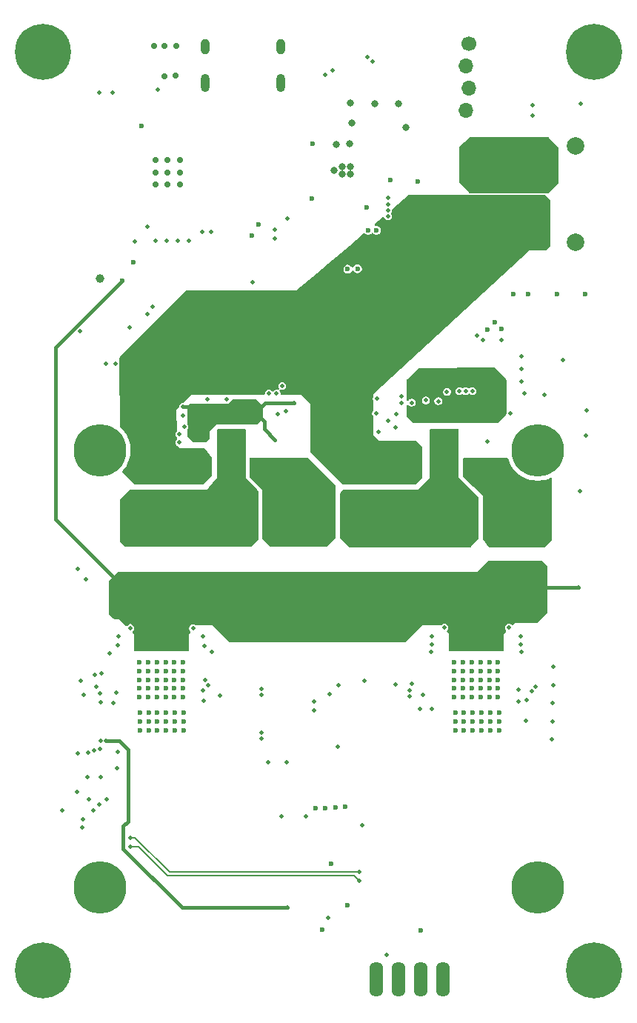
<source format=gbr>
%TF.GenerationSoftware,KiCad,Pcbnew,9.0.1*%
%TF.CreationDate,2025-09-16T14:58:38+08:00*%
%TF.ProjectId,BitaxeGT,42697461-7865-4475-942e-6b696361645f,v800*%
%TF.SameCoordinates,Original*%
%TF.FileFunction,Copper,L3,Inr*%
%TF.FilePolarity,Positive*%
%FSLAX46Y46*%
G04 Gerber Fmt 4.6, Leading zero omitted, Abs format (unit mm)*
G04 Created by KiCad (PCBNEW 9.0.1) date 2025-09-16 14:58:38*
%MOMM*%
%LPD*%
G01*
G04 APERTURE LIST*
%TA.AperFunction,ComponentPad*%
%ADD10C,6.000000*%
%TD*%
%TA.AperFunction,ComponentPad*%
%ADD11C,0.800000*%
%TD*%
%TA.AperFunction,ComponentPad*%
%ADD12C,6.400000*%
%TD*%
%TA.AperFunction,ComponentPad*%
%ADD13O,1.574800X4.000000*%
%TD*%
%TA.AperFunction,ComponentPad*%
%ADD14C,1.500000*%
%TD*%
%TA.AperFunction,ComponentPad*%
%ADD15C,1.700000*%
%TD*%
%TA.AperFunction,ComponentPad*%
%ADD16O,1.700000X1.700000*%
%TD*%
%TA.AperFunction,ComponentPad*%
%ADD17C,0.400000*%
%TD*%
%TA.AperFunction,ComponentPad*%
%ADD18C,0.499999*%
%TD*%
%TA.AperFunction,ComponentPad*%
%ADD19C,3.000000*%
%TD*%
%TA.AperFunction,ComponentPad*%
%ADD20C,2.000000*%
%TD*%
%TA.AperFunction,ComponentPad*%
%ADD21O,1.000000X1.800000*%
%TD*%
%TA.AperFunction,ComponentPad*%
%ADD22O,1.000000X2.100000*%
%TD*%
%TA.AperFunction,ViaPad*%
%ADD23C,0.600000*%
%TD*%
%TA.AperFunction,ViaPad*%
%ADD24C,0.500000*%
%TD*%
%TA.AperFunction,ViaPad*%
%ADD25C,0.800000*%
%TD*%
%TA.AperFunction,ViaPad*%
%ADD26C,0.700000*%
%TD*%
%TA.AperFunction,ViaPad*%
%ADD27C,1.000000*%
%TD*%
%TA.AperFunction,Conductor*%
%ADD28C,0.400000*%
%TD*%
%TA.AperFunction,Conductor*%
%ADD29C,0.200000*%
%TD*%
%TA.AperFunction,Conductor*%
%ADD30C,0.300000*%
%TD*%
G04 APERTURE END LIST*
D10*
%TO.N,unconnected-(HS1-Mounting-Pad1)_1*%
%TO.C,HS1*%
X106000000Y-87000000D03*
%TO.N,unconnected-(HS1-Mounting-Pad1)*%
X106000000Y-137000000D03*
%TO.N,unconnected-(HS1-Mounting-Pad1)_3*%
X156000000Y-87000000D03*
%TO.N,unconnected-(HS1-Mounting-Pad1)_2*%
X156000000Y-137000000D03*
%TD*%
D11*
%TO.N,GND*%
%TO.C,H4*%
X97100000Y-146500000D03*
X97802944Y-144802944D03*
X97802944Y-148197056D03*
X99500000Y-144100000D03*
D12*
X99500000Y-146500000D03*
D11*
X99500000Y-148900000D03*
X101197056Y-144802944D03*
X101197056Y-148197056D03*
X101900000Y-146500000D03*
%TD*%
D13*
%TO.N,GND*%
%TO.C,J7*%
X145200000Y-147490000D03*
%TO.N,/12V*%
X142660000Y-147490000D03*
D14*
%TO.N,/fan/FAN_TACH*%
X140120000Y-148450000D03*
D13*
X140120000Y-147490000D03*
%TO.N,/fan/FAN_PWM*%
X137580000Y-147490000D03*
%TD*%
D11*
%TO.N,GND*%
%TO.C,H2*%
X97100000Y-41500000D03*
X97802944Y-39802944D03*
X97802944Y-43197056D03*
X99500000Y-39100000D03*
D12*
X99500000Y-41500000D03*
D11*
X99500000Y-43900000D03*
X101197056Y-39802944D03*
X101197056Y-43197056D03*
X101900000Y-41500000D03*
%TD*%
%TO.N,GND*%
%TO.C,H3*%
X160100000Y-146500000D03*
X160802944Y-144802944D03*
X160802944Y-148197056D03*
X162500000Y-144100000D03*
D12*
X162500000Y-146500000D03*
D11*
X162500000Y-148900000D03*
X164197056Y-144802944D03*
X164197056Y-148197056D03*
X164900000Y-146500000D03*
%TD*%
D15*
%TO.N,GND*%
%TO.C,J3*%
X148200000Y-40550000D03*
D16*
%TO.N,/3V3*%
X147800000Y-43090000D03*
%TO.N,/ESP32/SCL*%
X148200000Y-45630000D03*
%TO.N,/ESP32/SDA*%
X147800000Y-48170000D03*
%TD*%
D11*
%TO.N,GND*%
%TO.C,H1*%
X160100000Y-41500000D03*
X160802944Y-39802944D03*
X160802944Y-43197056D03*
X162500000Y-39100000D03*
D12*
X162500000Y-41500000D03*
D11*
X162500000Y-43900000D03*
X164197056Y-39802944D03*
X164197056Y-43197056D03*
X164900000Y-41500000D03*
%TD*%
D17*
%TO.N,GND*%
%TO.C,U4*%
X122280000Y-88650000D03*
X122280000Y-87250000D03*
X122280000Y-85850000D03*
X121000000Y-89650000D03*
X121000000Y-88650000D03*
X121000000Y-87250000D03*
X121000000Y-85850000D03*
X121000000Y-84850000D03*
X119720000Y-88650000D03*
X119720000Y-87250000D03*
X119720000Y-85850000D03*
%TD*%
D18*
%TO.N,unconnected-(U2-PAD-Pad17)_1*%
%TO.C,U2*%
X106070001Y-124400000D03*
%TO.N,unconnected-(U2-PAD-Pad17)*%
X104569999Y-124400000D03*
%TD*%
D19*
%TO.N,/12V*%
%TO.C,J1*%
X150350000Y-60250000D03*
%TO.N,GND*%
X150350000Y-55250000D03*
D20*
%TO.N,unconnected-(J1-MNT1-Pad3)*%
X160350000Y-63250000D03*
%TO.N,unconnected-(J1-MNT2-Pad4)*%
X160350000Y-52250000D03*
%TD*%
D21*
%TO.N,GND*%
%TO.C,J4*%
X118030000Y-40885000D03*
D22*
X118030000Y-45065000D03*
D21*
X126670000Y-40885000D03*
D22*
X126670000Y-45065000D03*
%TD*%
D17*
%TO.N,GND*%
%TO.C,U1*%
X146630000Y-88650000D03*
X146630000Y-87250000D03*
X146630000Y-85850000D03*
X145350000Y-89650000D03*
X145350000Y-88650000D03*
X145350000Y-87250000D03*
X145350000Y-85850000D03*
X145350000Y-84850000D03*
X144070000Y-88650000D03*
X144070000Y-87250000D03*
X144070000Y-85850000D03*
%TD*%
D23*
%TO.N,GND*%
X142340000Y-56320000D03*
X130200000Y-58280000D03*
X139180000Y-56160000D03*
X135430000Y-66280000D03*
X137587500Y-61882500D03*
X136480000Y-59270000D03*
%TO.N,Net-(U7-CB)*%
X136637500Y-61882500D03*
X134310000Y-66320000D03*
D24*
%TO.N,/12V*%
X151960000Y-62620000D03*
X137340000Y-87050000D03*
X143785000Y-58990000D03*
X154827500Y-58970000D03*
X152715000Y-61700000D03*
X144841250Y-63540000D03*
X153771250Y-63520000D03*
X156940000Y-62590000D03*
X148791250Y-63530000D03*
X137340000Y-87650000D03*
X149847500Y-63530000D03*
X145897500Y-60810000D03*
X136700000Y-88250000D03*
X152715000Y-62610000D03*
X152715000Y-58970000D03*
X154827500Y-63520000D03*
X136700000Y-87650000D03*
X144841250Y-62630000D03*
X154827500Y-61700000D03*
X135470000Y-87650000D03*
X150903750Y-63530000D03*
X156940000Y-59860000D03*
X145897500Y-61720000D03*
X144841250Y-58990000D03*
X143785000Y-60810000D03*
X152715000Y-60790000D03*
X146953750Y-61720000D03*
X151960000Y-63530000D03*
X155883750Y-63520000D03*
X154827500Y-62610000D03*
X145897500Y-62630000D03*
X148010000Y-58970000D03*
X143785000Y-63540000D03*
X136700000Y-88850000D03*
X148791250Y-62620000D03*
X135470000Y-87050000D03*
X156940000Y-58950000D03*
X111590000Y-88460000D03*
X112200000Y-87850000D03*
X136100000Y-88850000D03*
X137340000Y-88850000D03*
X153771250Y-59880000D03*
X143785000Y-62630000D03*
X112200000Y-87250000D03*
X113400000Y-88460000D03*
X113400000Y-87860000D03*
X112800000Y-87850000D03*
X153771250Y-61700000D03*
X153771250Y-60790000D03*
X113400000Y-87260000D03*
X112200000Y-88450000D03*
X148010000Y-63520000D03*
X143785000Y-61720000D03*
X112800000Y-89050000D03*
X144841250Y-61720000D03*
X144841250Y-59900000D03*
X112800000Y-87250000D03*
X111590000Y-87260000D03*
X150903750Y-62620000D03*
X152715000Y-63520000D03*
D23*
X142695000Y-141880000D03*
D24*
X136700000Y-87050000D03*
X136100000Y-88250000D03*
X146953750Y-60810000D03*
X136100000Y-87050000D03*
X146953750Y-62630000D03*
X148010000Y-59880000D03*
X144841250Y-60810000D03*
X153771250Y-58970000D03*
X111590000Y-89060000D03*
X152715000Y-59880000D03*
X136100000Y-87650000D03*
X148010000Y-62610000D03*
X146953750Y-59900000D03*
X155883750Y-62610000D03*
X154827500Y-60790000D03*
X156940000Y-61680000D03*
X156940000Y-63500000D03*
X155883750Y-61700000D03*
X146953750Y-58990000D03*
X155883750Y-59880000D03*
X145897500Y-58990000D03*
X113400000Y-89060000D03*
X137340000Y-88250000D03*
X135470000Y-88850000D03*
X148010000Y-60790000D03*
X145897500Y-59900000D03*
X112800000Y-88450000D03*
X148010000Y-61700000D03*
X112200000Y-89050000D03*
X154827500Y-59880000D03*
X143785000Y-59900000D03*
X146953750Y-63540000D03*
X156940000Y-60770000D03*
X155883750Y-60790000D03*
X135470000Y-88250000D03*
X145897500Y-63540000D03*
X153771250Y-62610000D03*
X155883750Y-58970000D03*
X149847500Y-62620000D03*
X111590000Y-87860000D03*
%TO.N,/Power/AGND1*%
X151400000Y-78260000D03*
X145640000Y-81410000D03*
X141450000Y-80820000D03*
X146360000Y-80800000D03*
D23*
%TO.N,/Vcore*%
X140200000Y-101975000D03*
X137100000Y-101975000D03*
X129800000Y-107250000D03*
X129800000Y-106450000D03*
X119800000Y-102800000D03*
X122150000Y-102100000D03*
X146380000Y-101975000D03*
X129000000Y-101900000D03*
X149500000Y-107400000D03*
X153400000Y-103550000D03*
X153400000Y-101100000D03*
X154200000Y-106000000D03*
X137800000Y-101975000D03*
X150500000Y-107400000D03*
X155000000Y-100300000D03*
X111500000Y-107400000D03*
X154200000Y-102750000D03*
X115162500Y-102800000D03*
X116850000Y-102100000D03*
X153400000Y-101950000D03*
X116850000Y-102800000D03*
X146500000Y-107400000D03*
X113500000Y-109500000D03*
X127400000Y-107250000D03*
X155000000Y-101950000D03*
X142500000Y-101975000D03*
X146380000Y-102675000D03*
X127400000Y-101900000D03*
X128200000Y-105650000D03*
X113500000Y-108500000D03*
X128200000Y-101900000D03*
X146380000Y-101275000D03*
D24*
X133950000Y-101650000D03*
D23*
X112862500Y-101400000D03*
X115500000Y-107400000D03*
X119100000Y-102100000D03*
X129800000Y-103450000D03*
X154200000Y-100300000D03*
X119800000Y-101400000D03*
X155000000Y-105200000D03*
X147500000Y-109500000D03*
X154200000Y-101100000D03*
X152600000Y-103550000D03*
X129800000Y-108050000D03*
X152600000Y-102750000D03*
X129800000Y-104250000D03*
X109900000Y-101400000D03*
X108575000Y-67625000D03*
X114500000Y-109500000D03*
X148500000Y-107400000D03*
X121450000Y-102800000D03*
X127400000Y-106450000D03*
X144000000Y-101275000D03*
X137100000Y-102675000D03*
X155000000Y-106000000D03*
X146500000Y-108500000D03*
X153400000Y-102750000D03*
X152600000Y-101950000D03*
X114462500Y-102800000D03*
X135500000Y-102700000D03*
X110500000Y-108500000D03*
X129000000Y-107250000D03*
X114462500Y-101400000D03*
X140200000Y-101275000D03*
X112862500Y-102800000D03*
X151500000Y-107400000D03*
X135500000Y-101300000D03*
X150500000Y-108500000D03*
X135500000Y-102000000D03*
X152600000Y-104350000D03*
X134800000Y-102000000D03*
X119800000Y-102100000D03*
X113500000Y-107400000D03*
X114462500Y-102100000D03*
X112500000Y-109500000D03*
X114500000Y-108500000D03*
X109900000Y-102100000D03*
X128200000Y-106450000D03*
X119100000Y-102800000D03*
X154200000Y-105200000D03*
X119100000Y-101400000D03*
X154200000Y-103550000D03*
X115500000Y-108500000D03*
X148500000Y-109500000D03*
X110600000Y-101400000D03*
X152600000Y-105200000D03*
X153400000Y-106000000D03*
X110500000Y-107400000D03*
X149500000Y-108500000D03*
X147500000Y-108500000D03*
X142500000Y-102675000D03*
X117550000Y-102100000D03*
X129000000Y-104250000D03*
X141800000Y-101275000D03*
X128200000Y-102650000D03*
X115162500Y-102100000D03*
X141800000Y-102675000D03*
X139500000Y-101975000D03*
X112162500Y-102800000D03*
X148500000Y-108500000D03*
X155000000Y-103550000D03*
X128200000Y-103450000D03*
X116850000Y-101400000D03*
D24*
X143250000Y-81320000D03*
D23*
X142500000Y-101275000D03*
X115162500Y-101400000D03*
X129800000Y-101900000D03*
X112500000Y-107400000D03*
D24*
X160700000Y-102700000D03*
D23*
X134800000Y-102700000D03*
X137100000Y-101275000D03*
X112162500Y-101400000D03*
X152600000Y-101100000D03*
X117550000Y-101400000D03*
X111500000Y-108500000D03*
X129800000Y-105650000D03*
X112862500Y-102100000D03*
X114500000Y-107400000D03*
X139500000Y-102675000D03*
X154200000Y-101950000D03*
X144000000Y-102675000D03*
X110500000Y-109500000D03*
X147080000Y-102675000D03*
X121450000Y-102100000D03*
X117550000Y-102800000D03*
X129000000Y-105650000D03*
X128200000Y-108050000D03*
X127400000Y-103450000D03*
X129800000Y-102650000D03*
X147080000Y-101975000D03*
X153400000Y-104350000D03*
X151500000Y-109500000D03*
X127400000Y-105650000D03*
X121450000Y-101400000D03*
X112500000Y-108500000D03*
X134800000Y-101300000D03*
X155000000Y-102750000D03*
X147080000Y-101275000D03*
X137800000Y-101275000D03*
X140200000Y-102675000D03*
X141800000Y-101975000D03*
X153400000Y-100300000D03*
X152600000Y-106000000D03*
X137800000Y-102675000D03*
X144700000Y-101275000D03*
X153400000Y-105200000D03*
X110600000Y-102100000D03*
X144000000Y-101975000D03*
X129000000Y-103450000D03*
X122150000Y-101400000D03*
X109900000Y-102800000D03*
X129000000Y-106450000D03*
X151500000Y-108500000D03*
X144700000Y-101975000D03*
X152600000Y-100300000D03*
X110600000Y-102800000D03*
X115500000Y-109500000D03*
X147500000Y-107400000D03*
X144700000Y-102675000D03*
X154200000Y-104350000D03*
X128200000Y-107250000D03*
X139500000Y-101275000D03*
X155000000Y-104350000D03*
X129000000Y-102650000D03*
X146500000Y-109500000D03*
X129000000Y-108050000D03*
X127400000Y-104250000D03*
X111500000Y-109500000D03*
X150500000Y-109500000D03*
X127400000Y-102650000D03*
X122150000Y-102800000D03*
X112162500Y-102100000D03*
X149500000Y-109500000D03*
X127400000Y-108050000D03*
X155000000Y-101100000D03*
X128200000Y-104250000D03*
D24*
%TO.N,/Power/VSHARE*%
X120450000Y-81200000D03*
X144670000Y-81410000D03*
%TO.N,/Power/EN_UVLO*%
X115080000Y-85200000D03*
X137550000Y-82790000D03*
%TO.N,/5V*%
X106650000Y-120200000D03*
X138940000Y-59590000D03*
X138930000Y-58920000D03*
X106050000Y-120200000D03*
X138940000Y-60297500D03*
X127450000Y-139300000D03*
X125200000Y-122700000D03*
X138940000Y-58170000D03*
%TO.N,/ASIC/1V2*%
X103450000Y-100590000D03*
X127300000Y-122700000D03*
X130430000Y-116720000D03*
X107940000Y-123380000D03*
X117825000Y-115625000D03*
X143940000Y-116560000D03*
X103368909Y-126091091D03*
%TO.N,/ASIC/0V8*%
X142610000Y-116570000D03*
X130450000Y-115762500D03*
X119750000Y-115050000D03*
D25*
%TO.N,/3V3*%
X133680000Y-55481821D03*
X134580000Y-55481821D03*
X134580000Y-54631821D03*
D24*
X104010000Y-129210000D03*
X107780000Y-77110000D03*
D25*
X132730000Y-55031821D03*
D24*
X125990000Y-62790000D03*
D26*
X114700000Y-40800000D03*
D23*
X130300000Y-52025000D03*
D24*
X107425000Y-46150000D03*
D25*
X133680000Y-54631821D03*
D24*
X126700000Y-128850000D03*
%TO.N,/Power/PGOOD*%
X127430000Y-60530000D03*
X149090000Y-73910000D03*
D23*
%TO.N,/fan/FAN_TACH*%
X134250000Y-139000000D03*
D24*
X138790000Y-144720000D03*
%TO.N,/ASIC/TEMP1_P*%
X118328858Y-113867944D03*
D23*
X131700000Y-127890000D03*
D24*
%TO.N,/ASIC/TEMP1_N*%
X118000000Y-113250000D03*
D23*
X130650000Y-127890000D03*
%TO.N,/ASIC/TEMP2_P*%
X134000000Y-127800000D03*
D24*
X155355635Y-114550000D03*
D23*
%TO.N,/ASIC/TEMP2_N*%
X132950000Y-127880000D03*
D24*
X155820645Y-114026770D03*
D23*
%TO.N,/fan/FAN_PWM*%
X131430000Y-141810000D03*
D24*
%TO.N,/Power/BCX_DAT*%
X126810000Y-79660000D03*
X161580000Y-82450000D03*
X148550000Y-80250000D03*
%TO.N,/Power/BCX_CLK*%
X156800000Y-80700000D03*
X147780000Y-80249999D03*
X126180000Y-80560000D03*
%TO.N,/Power/SYNC*%
X125286195Y-80547010D03*
X147080102Y-80262067D03*
X161560000Y-85380000D03*
%TO.N,/ESP32/SDA*%
X109500000Y-131300000D03*
X111400000Y-71500000D03*
D23*
X124100000Y-61190000D03*
D24*
X135650000Y-135250000D03*
D23*
%TO.N,/ESP32/SCL*%
X123320000Y-62465000D03*
D24*
X112000000Y-70600000D03*
X109500000Y-132300000D03*
X135600000Y-136200000D03*
%TO.N,/ASIC/RX_1V2*%
X106000000Y-121200000D03*
%TO.N,/ASIC/CLKI*%
X106200000Y-112550000D03*
%TO.N,/ASIC/BI*%
X105420352Y-112700799D03*
%TO.N,/ASIC/RST_1V2*%
X104675382Y-121611508D03*
%TO.N,/ASIC/TX_1V2*%
X105309522Y-121315080D03*
%TO.N,/ASIC/RST_3V3*%
X109400000Y-73000000D03*
X104698999Y-126896596D03*
%TO.N,/ASIC/TX_3V3*%
X117700000Y-62100000D03*
X105260000Y-128150000D03*
%TO.N,Net-(U4-AVIN)*%
X115070000Y-86130000D03*
X115460000Y-83040000D03*
%TO.N,Net-(U9-VDD1_0)*%
X108025000Y-109275000D03*
%TO.N,Net-(U9-VDD2_0)*%
X108125000Y-108255000D03*
%TO.N,Net-(U9-VDD3_0)*%
X109480000Y-107340000D03*
%TO.N,Net-(U9-LITE_PAD)*%
X105550000Y-114050000D03*
%TO.N,Net-(U9-ROSC_SEL)*%
X104100000Y-114950000D03*
%TO.N,Net-(U9-INV_CLKO)*%
X106000000Y-114850000D03*
D23*
%TO.N,/Power/SW1*%
X154200000Y-93900000D03*
X153500000Y-91800000D03*
X154900000Y-93200000D03*
X152800000Y-91800000D03*
X152800000Y-92500000D03*
X154900000Y-92500000D03*
X154900000Y-94600000D03*
X154200000Y-95300000D03*
X152800000Y-93900000D03*
X153500000Y-95300000D03*
X154200000Y-92500000D03*
X150250000Y-91858000D03*
X154900000Y-95300000D03*
X150250000Y-90194000D03*
X152800000Y-96700000D03*
X154200000Y-93200000D03*
X153500000Y-94600000D03*
X153500000Y-93200000D03*
X151550000Y-89290000D03*
X153500000Y-92500000D03*
X153500000Y-96000000D03*
X154900000Y-96700000D03*
X150250000Y-89362000D03*
X150250000Y-91026000D03*
X153500000Y-93900000D03*
X154200000Y-94600000D03*
X150250000Y-92690000D03*
X154200000Y-96700000D03*
X152075000Y-88425000D03*
X154200000Y-91800000D03*
X152800000Y-95300000D03*
X151275000Y-88425000D03*
X153500000Y-96700000D03*
X154900000Y-96000000D03*
X154200000Y-96000000D03*
X154900000Y-93900000D03*
X152800000Y-93200000D03*
X150250000Y-88530000D03*
X152800000Y-96000000D03*
X152800000Y-94600000D03*
X154900000Y-91800000D03*
D24*
%TO.N,Net-(U1-AVIN)*%
X137790000Y-84890000D03*
X140490000Y-80820000D03*
D23*
%TO.N,/Power/SW2*%
X127400000Y-94600000D03*
X129000000Y-93200000D03*
X125700000Y-88400000D03*
X125970000Y-91475000D03*
X129000000Y-95400000D03*
X126400000Y-88400000D03*
X128200000Y-91700000D03*
X128200000Y-92500000D03*
X129000000Y-94600000D03*
X128200000Y-93200000D03*
X129750000Y-95400000D03*
X129000000Y-91700000D03*
X125970000Y-92300000D03*
X129000000Y-93900000D03*
X127400000Y-96200000D03*
X129750000Y-91700000D03*
X129750000Y-90900000D03*
X129750000Y-92500000D03*
X129000000Y-90900000D03*
X129750000Y-93200000D03*
X129750000Y-93900000D03*
X127350000Y-88975000D03*
X127400000Y-91700000D03*
X125970000Y-90650000D03*
X128200000Y-94600000D03*
X128100000Y-88975000D03*
X125970000Y-89825000D03*
X129750000Y-94600000D03*
X129000000Y-96200000D03*
X127400000Y-95400000D03*
X128200000Y-90900000D03*
X128200000Y-93900000D03*
X129000000Y-92500000D03*
X127400000Y-92500000D03*
X127400000Y-93200000D03*
X128200000Y-95400000D03*
X128200000Y-96200000D03*
X125970000Y-89000000D03*
X129750000Y-96200000D03*
X127400000Y-90900000D03*
X127400000Y-93900000D03*
D24*
%TO.N,Net-(U10-VDD3_0)*%
X145360000Y-107300000D03*
X116640000Y-107350000D03*
%TO.N,Net-(U10-VDD2_0)*%
X143925000Y-108280000D03*
X117750000Y-108280000D03*
%TO.N,Net-(U10-VDD1_0)*%
X117950000Y-109350000D03*
X143925000Y-109220000D03*
%TO.N,Net-(U10-VDD3_1)*%
X152730000Y-107290000D03*
%TO.N,Net-(U10-VDD2_1)*%
X154050000Y-108255000D03*
%TO.N,Net-(U10-VDD1_1)*%
X154050000Y-109195000D03*
%TO.N,/ASIC/0V8_1*%
X106050000Y-115800000D03*
%TO.N,/ASIC/1V2_1*%
X107550000Y-115900000D03*
%TO.N,/ASIC/1V2_2*%
X153797182Y-115702818D03*
%TO.N,/ASIC/0V8_2*%
X154800000Y-115550000D03*
%TO.N,Net-(U1-MSEL1)*%
X141615493Y-81579847D03*
X154150000Y-79150000D03*
%TO.N,Net-(U1-MSEL2)*%
X154150000Y-76300000D03*
X139740000Y-84420000D03*
%TO.N,Net-(U1-VSEL)*%
X139835358Y-82918723D03*
X154150000Y-77700000D03*
%TO.N,Net-(U10-LITE_PAD)*%
X141400000Y-114450000D03*
%TO.N,Net-(U1-ADRSEL)*%
X154500000Y-80490000D03*
X140488170Y-81580000D03*
%TO.N,Net-(U10-NRSTO)*%
X157800000Y-111800000D03*
%TO.N,Net-(U10-ROSC_SEL)*%
X141650000Y-113750000D03*
%TO.N,Net-(U10-INV_CLKO)*%
X141350000Y-115150000D03*
%TO.N,Net-(U10-BI)*%
X136200000Y-113350000D03*
%TO.N,Net-(U10-RI)*%
X157700000Y-115900000D03*
D23*
%TO.N,/Power/SCL_VR*%
X151870000Y-73150000D03*
D24*
X155400000Y-47600000D03*
D23*
X150240000Y-73200000D03*
X161460000Y-69180000D03*
D24*
%TO.N,/Power/ALRT_VR*%
X150301539Y-86057693D03*
D23*
X153260000Y-69190000D03*
X154930000Y-69190000D03*
D24*
X125990000Y-61770000D03*
D23*
%TO.N,/Power/SDA_VR*%
X158200000Y-69180000D03*
D24*
X155400000Y-48800000D03*
X149740000Y-74420000D03*
D23*
X151130000Y-72375000D03*
D24*
%TO.N,GND*%
X133200000Y-120900000D03*
D23*
X149500000Y-112250000D03*
X114500000Y-112250000D03*
X147500000Y-112250000D03*
D24*
X141375000Y-92625000D03*
X137800000Y-97575000D03*
X114562500Y-96400000D03*
X113430000Y-94110000D03*
X105875000Y-46150000D03*
X144100000Y-96975000D03*
D23*
X112550000Y-119000000D03*
D24*
X122050000Y-96400000D03*
D23*
X114500000Y-111250000D03*
D24*
X149557500Y-52070000D03*
X156950000Y-55710000D03*
D25*
X140130000Y-47381821D03*
D24*
X121450000Y-97600000D03*
X148501250Y-52980000D03*
D23*
X148600000Y-117050000D03*
D24*
X113430000Y-95310000D03*
X113430000Y-94710000D03*
X117650000Y-93000000D03*
D23*
X149600000Y-118050000D03*
D24*
X116850000Y-96400000D03*
D23*
X112500000Y-112250000D03*
D24*
X117740000Y-114450000D03*
X142400000Y-97575000D03*
D23*
X147600000Y-117050000D03*
D24*
X154837500Y-52090000D03*
X154700000Y-117900000D03*
D23*
X110500000Y-113250000D03*
X146500000Y-113250000D03*
X148500000Y-115250000D03*
D24*
X151670000Y-52980000D03*
X115525000Y-93025000D03*
X141800000Y-97575000D03*
D26*
X115140000Y-53850000D03*
D24*
X137200000Y-96375000D03*
D23*
X110500000Y-114250000D03*
X114500000Y-115250000D03*
D24*
X146980000Y-96975000D03*
D25*
X134555000Y-52006821D03*
D23*
X110550000Y-118000000D03*
D24*
X155893750Y-56640000D03*
D23*
X111550000Y-118000000D03*
D24*
X119200000Y-97600000D03*
D26*
X112330000Y-56650000D03*
D24*
X135980000Y-129890000D03*
X153781250Y-52090000D03*
X117450000Y-97000000D03*
X112862500Y-97000000D03*
X117650000Y-92450000D03*
D23*
X114550000Y-119000000D03*
X150500000Y-112250000D03*
D24*
X116850000Y-97000000D03*
X142400000Y-96375000D03*
X142400000Y-96975000D03*
D23*
X149500000Y-114250000D03*
X115500000Y-111250000D03*
D24*
X119200000Y-97000000D03*
X158880000Y-76740000D03*
X112800000Y-95300000D03*
D23*
X115500000Y-112250000D03*
D24*
X140100000Y-96975000D03*
X119800000Y-97600000D03*
D23*
X146600000Y-119050000D03*
D24*
X136000000Y-93900000D03*
X135500000Y-97000000D03*
X106700000Y-77110000D03*
D23*
X112500000Y-114250000D03*
D24*
X136000000Y-93300000D03*
X112200000Y-94100000D03*
D23*
X151500000Y-111250000D03*
D24*
X152725000Y-56640000D03*
X146380000Y-96975000D03*
X150613750Y-52070000D03*
D23*
X151600000Y-118050000D03*
D24*
X121450000Y-96400000D03*
X152725000Y-53000000D03*
X124450000Y-119950000D03*
X109900000Y-97000000D03*
X112200000Y-95300000D03*
D23*
X150600000Y-117050000D03*
D24*
X106790000Y-126920000D03*
X119800000Y-96400000D03*
X152725000Y-55730000D03*
X156950000Y-53890000D03*
X142920000Y-114950000D03*
X112800000Y-94100000D03*
X155893750Y-54820000D03*
X124450000Y-114300000D03*
X153781250Y-56640000D03*
X116850000Y-97600000D03*
X137200000Y-97575000D03*
X114562500Y-97000000D03*
X160900000Y-91700000D03*
X112800000Y-93500000D03*
D23*
X146500000Y-112250000D03*
D24*
X140475000Y-92675000D03*
D23*
X110500000Y-115250000D03*
D26*
X115140000Y-56650000D03*
D24*
X117450000Y-96400000D03*
X124450000Y-119300000D03*
X143870000Y-110080000D03*
X156950000Y-52070000D03*
X135500000Y-96400000D03*
D23*
X115500000Y-115250000D03*
D26*
X113740000Y-55250000D03*
D24*
X137620000Y-81120000D03*
X112200000Y-93500000D03*
X115162500Y-97000000D03*
D23*
X111500000Y-112250000D03*
D24*
X117050000Y-93000000D03*
X139740000Y-113760000D03*
D26*
X113740000Y-53850000D03*
D24*
X132080000Y-140500000D03*
X110500000Y-97600000D03*
D23*
X112500000Y-113250000D03*
D24*
X136000000Y-95100000D03*
X145660000Y-80360000D03*
D23*
X150600000Y-118050000D03*
D24*
X156950000Y-54800000D03*
D23*
X151600000Y-117050000D03*
X151600000Y-119050000D03*
D24*
X140100000Y-97575000D03*
X152725000Y-54820000D03*
D23*
X146500000Y-114250000D03*
X115500000Y-113250000D03*
D24*
X136000000Y-94500000D03*
D23*
X147500000Y-115250000D03*
D24*
X116125000Y-93025000D03*
D23*
X115550000Y-118000000D03*
D26*
X113400000Y-40800000D03*
D23*
X148500000Y-114250000D03*
D24*
X156950000Y-56620000D03*
D23*
X147600000Y-119050000D03*
D24*
X112862500Y-96400000D03*
D23*
X113550000Y-117000000D03*
X150500000Y-111250000D03*
X147500000Y-113250000D03*
D27*
X106000000Y-67400000D03*
D23*
X110550000Y-119000000D03*
D24*
X152725000Y-52090000D03*
X119800000Y-97000000D03*
D23*
X115500000Y-114250000D03*
X150500000Y-114250000D03*
X110500000Y-112250000D03*
D24*
X135500000Y-97600000D03*
X117050000Y-92450000D03*
X153803248Y-114396752D03*
D23*
X148500000Y-113250000D03*
D24*
X139500000Y-96975000D03*
D23*
X113500000Y-114250000D03*
D25*
X133040000Y-52030000D03*
X137430000Y-47381821D03*
D24*
X141975000Y-92625000D03*
X115650000Y-84310000D03*
X136600000Y-94500000D03*
X141975000Y-93175000D03*
D26*
X113740000Y-56650000D03*
D24*
X144100000Y-97575000D03*
D23*
X111500000Y-113250000D03*
D24*
X116125000Y-92475000D03*
D23*
X114500000Y-113250000D03*
D24*
X110500000Y-97000000D03*
X144700000Y-96975000D03*
X154837500Y-54820000D03*
D23*
X149500000Y-113250000D03*
X111500000Y-111250000D03*
D24*
X115525000Y-92475000D03*
D23*
X113550000Y-118000000D03*
D24*
X118810000Y-110100000D03*
X104350000Y-101750000D03*
D23*
X149500000Y-115250000D03*
D24*
X111570000Y-93500000D03*
X137800000Y-96375000D03*
X141800000Y-96975000D03*
X103790000Y-113400000D03*
X140100000Y-96375000D03*
X107850000Y-114750000D03*
X155893750Y-53000000D03*
X110500000Y-96400000D03*
X155893750Y-55730000D03*
D23*
X149600000Y-119050000D03*
D24*
X140475000Y-93225000D03*
X111570000Y-95300000D03*
X154837500Y-55730000D03*
X107079162Y-110220838D03*
D23*
X111550000Y-119000000D03*
D24*
X122050000Y-97600000D03*
D23*
X115550000Y-119000000D03*
X150500000Y-115250000D03*
D24*
X144700000Y-96375000D03*
D23*
X113500000Y-112250000D03*
D24*
X113430000Y-93510000D03*
D23*
X148600000Y-118050000D03*
D25*
X140955000Y-50106821D03*
D24*
X154837500Y-53910000D03*
D23*
X110500000Y-111250000D03*
D24*
X136600000Y-95100000D03*
D23*
X146600000Y-117050000D03*
D24*
X139875000Y-92675000D03*
X111570000Y-94700000D03*
X111570000Y-94100000D03*
X124450000Y-114950000D03*
X153781250Y-53000000D03*
X136600000Y-93300000D03*
D23*
X115550000Y-117000000D03*
D26*
X115140000Y-55250000D03*
D23*
X114500000Y-114250000D03*
D24*
X148501250Y-52070000D03*
D23*
X112500000Y-111250000D03*
X113500000Y-111250000D03*
D24*
X146980000Y-97575000D03*
X134900000Y-96400000D03*
D23*
X148500000Y-111250000D03*
X149600000Y-117050000D03*
D24*
X141375000Y-93175000D03*
X129500000Y-128840000D03*
D23*
X113550000Y-119000000D03*
X147500000Y-111250000D03*
D24*
X112800000Y-94700000D03*
X151670000Y-52070000D03*
X132210000Y-114870000D03*
D23*
X151500000Y-113250000D03*
D24*
X155893750Y-52090000D03*
D23*
X147500000Y-114250000D03*
X112550000Y-117000000D03*
D26*
X112330000Y-53850000D03*
D23*
X148500000Y-112250000D03*
X151500000Y-112250000D03*
D24*
X134900000Y-97000000D03*
X115162500Y-97600000D03*
X112262500Y-97000000D03*
D23*
X112550000Y-118000000D03*
D24*
X154837500Y-56640000D03*
D23*
X148600000Y-119050000D03*
D24*
X149557500Y-52980000D03*
X153781250Y-53910000D03*
X144700000Y-97575000D03*
X112262500Y-97600000D03*
X138970000Y-83620000D03*
X153781250Y-54820000D03*
X112200000Y-94700000D03*
X114562500Y-97600000D03*
X121450000Y-97000000D03*
X152725000Y-53910000D03*
X144100000Y-96375000D03*
X103450000Y-121650000D03*
X152900000Y-82780000D03*
X154837500Y-53000000D03*
X109900000Y-96400000D03*
D25*
X134630000Y-47356821D03*
D23*
X151500000Y-114250000D03*
D24*
X146380000Y-96375000D03*
X153781250Y-55730000D03*
X133250000Y-113850000D03*
X136600000Y-93900000D03*
D23*
X146500000Y-115250000D03*
D24*
X101690000Y-128210000D03*
X103990000Y-130170000D03*
X155893750Y-53910000D03*
D23*
X146500000Y-111250000D03*
D24*
X154200000Y-110050000D03*
D23*
X114550000Y-118000000D03*
X150500000Y-113250000D03*
D24*
X137800000Y-96975000D03*
D23*
X110550000Y-117000000D03*
X112500000Y-115250000D03*
X111550000Y-117000000D03*
X113500000Y-113250000D03*
D24*
X139875000Y-93225000D03*
X122050000Y-97000000D03*
X146980000Y-96375000D03*
X119200000Y-96400000D03*
X160920000Y-47440000D03*
D23*
X111500000Y-114250000D03*
D24*
X109900000Y-97600000D03*
X112262500Y-96400000D03*
X146380000Y-97575000D03*
D23*
X113500000Y-115250000D03*
D24*
X141800000Y-96375000D03*
X139500000Y-96375000D03*
D23*
X147600000Y-118050000D03*
D26*
X112330000Y-55250000D03*
D24*
X134900000Y-97600000D03*
X156950000Y-52980000D03*
D23*
X151500000Y-115250000D03*
X132425000Y-134275000D03*
X149500000Y-111250000D03*
D24*
X137200000Y-96975000D03*
D25*
X134805000Y-49631821D03*
D24*
X117450000Y-97600000D03*
X108000000Y-121500000D03*
X127220000Y-82540000D03*
D23*
X150600000Y-119050000D03*
X114550000Y-117000000D03*
D24*
X112862500Y-97600000D03*
D23*
X146600000Y-118050000D03*
D24*
X115162500Y-96400000D03*
X139500000Y-97575000D03*
X150613750Y-52980000D03*
D23*
X111500000Y-115250000D03*
D24*
%TO.N,/Power/BP1v5_2*%
X126327817Y-82850000D03*
X118300000Y-81200000D03*
%TO.N,Net-(U10-BO)*%
X157650000Y-120050000D03*
%TO.N,Net-(U10-CLKO)*%
X157750000Y-118000000D03*
%TO.N,Net-(U10-CO)*%
X157800000Y-113850000D03*
%TO.N,/ESP32/EN*%
X103734620Y-73384620D03*
D23*
X110700000Y-49984314D03*
D26*
X114670000Y-44200000D03*
D23*
%TO.N,/ESP32/P_TX*%
X109820000Y-65500000D03*
D26*
X113400000Y-44250000D03*
D24*
%TO.N,/ESP32/IO0*%
X151910000Y-74400000D03*
D26*
X112150000Y-40800000D03*
D24*
X111400000Y-61450000D03*
X123460000Y-67800000D03*
%TO.N,/ESP32/P_RX*%
X112600000Y-45800000D03*
X109950000Y-63200000D03*
%TO.N,/ASIC/RX_3V3*%
X118710000Y-62090000D03*
X105930000Y-127530000D03*
%TO.N,/Power/AGND2*%
X128200000Y-81580000D03*
X122200000Y-81650000D03*
X115500000Y-82060000D03*
X125990000Y-85840000D03*
%TO.N,Net-(J2-Pin_5)*%
X137120000Y-42580159D03*
X116150000Y-63100000D03*
%TO.N,Net-(J2-Pin_8)*%
X112360000Y-63060000D03*
X131764719Y-44144719D03*
%TO.N,Net-(J2-Pin_7)*%
X132550000Y-43610000D03*
X113650000Y-63050000D03*
%TO.N,Net-(J2-Pin_6)*%
X136560000Y-42080000D03*
X114900000Y-63050000D03*
%TD*%
D28*
%TO.N,/Vcore*%
X100900000Y-75300000D02*
X100900000Y-94900000D01*
X100900000Y-94900000D02*
X108100000Y-102100000D01*
X160700000Y-102700000D02*
X155050000Y-102700000D01*
X108575000Y-67625000D02*
X100900000Y-75300000D01*
D29*
X155050000Y-102700000D02*
X155000000Y-102750000D01*
D28*
%TO.N,/5V*%
X108650000Y-129950000D02*
X108650000Y-132550000D01*
X109185418Y-129414582D02*
X108650000Y-129950000D01*
X109185418Y-121205418D02*
X109185418Y-129414582D01*
X108180000Y-120200000D02*
X109185418Y-121205418D01*
X108650000Y-132550000D02*
X115400000Y-139300000D01*
X106650000Y-120200000D02*
X108180000Y-120200000D01*
X115400000Y-139300000D02*
X127450000Y-139300000D01*
D29*
%TO.N,/ESP32/SDA*%
X113950000Y-135250000D02*
X110000000Y-131300000D01*
X135650000Y-135250000D02*
X113950000Y-135250000D01*
X110000000Y-131300000D02*
X109500000Y-131300000D01*
%TO.N,/ESP32/SCL*%
X135051000Y-135651000D02*
X114116100Y-135651000D01*
X113700000Y-135600000D02*
X110400000Y-132300000D01*
X114116100Y-135651000D02*
X113783900Y-135651000D01*
X135600000Y-136200000D02*
X135051000Y-135651000D01*
X110400000Y-132300000D02*
X109500000Y-132300000D01*
X113732900Y-135600000D02*
X113700000Y-135600000D01*
X113783900Y-135651000D02*
X113732900Y-135600000D01*
D28*
%TO.N,/Power/AGND2*%
X125990000Y-85840000D02*
X124750000Y-84600000D01*
X128200000Y-81580000D02*
X124860000Y-81580000D01*
X124750000Y-83750000D02*
X124100000Y-83100000D01*
X115500000Y-82060000D02*
X116230000Y-82060000D01*
X124860000Y-81580000D02*
X123990000Y-82450000D01*
X124750000Y-84600000D02*
X124750000Y-83750000D01*
D30*
X116230000Y-82060000D02*
X116300000Y-82130000D01*
%TD*%
%TA.AperFunction,Conductor*%
%TO.N,GND*%
G36*
X157301165Y-51259685D02*
G01*
X157325308Y-51279965D01*
X158379419Y-52423728D01*
X158410377Y-52486364D01*
X158412237Y-52507762D01*
X158412237Y-56491756D01*
X158392552Y-56558795D01*
X158374111Y-56581208D01*
X157318947Y-57594166D01*
X157256953Y-57626393D01*
X157233231Y-57628714D01*
X148291084Y-57640123D01*
X148224020Y-57620524D01*
X148200613Y-57601092D01*
X147113783Y-56445907D01*
X147082183Y-56383591D01*
X147080096Y-56360696D01*
X147087881Y-52363947D01*
X147107696Y-52296950D01*
X147127498Y-52273334D01*
X148204636Y-51273133D01*
X148267157Y-51241941D01*
X148289012Y-51240000D01*
X157234126Y-51240000D01*
X157301165Y-51259685D01*
G37*
%TD.AperFunction*%
%TD*%
%TA.AperFunction,Conductor*%
%TO.N,GND*%
G36*
X146943039Y-84594685D02*
G01*
X146988794Y-84647489D01*
X147000000Y-84699000D01*
X147000000Y-90169566D01*
X149261712Y-92332943D01*
X149296551Y-92393506D01*
X149300000Y-92422550D01*
X149300000Y-97052416D01*
X149280315Y-97119455D01*
X149268170Y-97135366D01*
X148436942Y-98058953D01*
X148377465Y-98095613D01*
X148344775Y-98100000D01*
X134551362Y-98100000D01*
X134484323Y-98080315D01*
X134463681Y-98063681D01*
X133486319Y-97086319D01*
X133452834Y-97024996D01*
X133450000Y-96998638D01*
X133450000Y-91920300D01*
X133469685Y-91853261D01*
X133483345Y-91835698D01*
X133741229Y-91559392D01*
X133801362Y-91523814D01*
X133831880Y-91520000D01*
X142340000Y-91520000D01*
X143700000Y-90160000D01*
X143700000Y-84699000D01*
X143719685Y-84631961D01*
X143772489Y-84586206D01*
X143824000Y-84575000D01*
X146876000Y-84575000D01*
X146943039Y-84594685D01*
G37*
%TD.AperFunction*%
%TD*%
%TA.AperFunction,Conductor*%
%TO.N,/Power/SW1*%
G36*
X152519271Y-87887014D02*
G01*
X152586278Y-87906791D01*
X152631960Y-87959658D01*
X152637754Y-87975017D01*
X152700148Y-88180700D01*
X152831770Y-88498464D01*
X152831772Y-88498469D01*
X152993893Y-88801775D01*
X152993904Y-88801793D01*
X153184975Y-89087751D01*
X153184985Y-89087765D01*
X153403176Y-89353632D01*
X153646367Y-89596823D01*
X153646372Y-89596827D01*
X153646373Y-89596828D01*
X153912240Y-89815019D01*
X154198213Y-90006100D01*
X154198222Y-90006105D01*
X154198224Y-90006106D01*
X154501530Y-90168227D01*
X154501532Y-90168227D01*
X154501538Y-90168231D01*
X154819295Y-90299850D01*
X155148422Y-90399690D01*
X155485750Y-90466789D01*
X155828031Y-90500500D01*
X155828034Y-90500500D01*
X156171966Y-90500500D01*
X156171969Y-90500500D01*
X156514250Y-90466789D01*
X156851578Y-90399690D01*
X157180705Y-90299850D01*
X157478550Y-90176478D01*
X157548016Y-90169010D01*
X157610496Y-90200285D01*
X157646148Y-90260374D01*
X157650000Y-90291040D01*
X157650000Y-97208209D01*
X157630315Y-97275248D01*
X157613191Y-97296378D01*
X156786233Y-98114169D01*
X156724724Y-98147311D01*
X156699042Y-98150000D01*
X150514561Y-98150000D01*
X150447522Y-98130315D01*
X150412976Y-98097109D01*
X149772415Y-97182021D01*
X149750097Y-97115812D01*
X149750000Y-97110912D01*
X149750000Y-92223195D01*
X147493687Y-90084097D01*
X147458580Y-90023689D01*
X147455000Y-89994110D01*
X147455000Y-88004171D01*
X147474685Y-87937132D01*
X147527489Y-87891377D01*
X147579167Y-87880171D01*
X152519271Y-87887014D01*
G37*
%TD.AperFunction*%
%TD*%
%TA.AperFunction,Conductor*%
%TO.N,/Power/SW2*%
G36*
X129792053Y-87889685D02*
G01*
X129813021Y-87906646D01*
X132864009Y-90980564D01*
X132897264Y-91042011D01*
X132900000Y-91067915D01*
X132900000Y-97028982D01*
X132880315Y-97096021D01*
X132866296Y-97113968D01*
X132022037Y-98010986D01*
X131961757Y-98046312D01*
X131931741Y-98050000D01*
X125453450Y-98050000D01*
X125386411Y-98030315D01*
X125363300Y-98011141D01*
X124583850Y-97185841D01*
X124552130Y-97123587D01*
X124550000Y-97100700D01*
X124550000Y-91625000D01*
X123986444Y-91042011D01*
X123135134Y-90161346D01*
X123102695Y-90099465D01*
X123100292Y-90074452D01*
X123112342Y-87993281D01*
X123132414Y-87926358D01*
X123185482Y-87880909D01*
X123236340Y-87870000D01*
X129725014Y-87870000D01*
X129792053Y-87889685D01*
G37*
%TD.AperFunction*%
%TD*%
%TA.AperFunction,Conductor*%
%TO.N,GND*%
G36*
X122593039Y-84594685D02*
G01*
X122638794Y-84647489D01*
X122650000Y-84699000D01*
X122650000Y-90149334D01*
X123936472Y-91521571D01*
X124116463Y-91713561D01*
X124147953Y-91775932D01*
X124150000Y-91798370D01*
X124150000Y-97150824D01*
X124130315Y-97217863D01*
X124116297Y-97235809D01*
X123386720Y-98010985D01*
X123326439Y-98046312D01*
X123296423Y-98050000D01*
X108995655Y-98050000D01*
X108928616Y-98030315D01*
X108915245Y-98020394D01*
X108318590Y-97512132D01*
X108280322Y-97453675D01*
X108275000Y-97417738D01*
X108275000Y-92700548D01*
X108294685Y-92633509D01*
X108310335Y-92613861D01*
X109341804Y-91558949D01*
X109402744Y-91524781D01*
X109430627Y-91521643D01*
X118249956Y-91533927D01*
X118259778Y-91521571D01*
X118437198Y-91298363D01*
X119350000Y-90150000D01*
X119350000Y-84699000D01*
X119369685Y-84631961D01*
X119422489Y-84586206D01*
X119474000Y-84575000D01*
X122526000Y-84575000D01*
X122593039Y-84594685D01*
G37*
%TD.AperFunction*%
%TD*%
%TA.AperFunction,Conductor*%
%TO.N,/Vcore*%
G36*
X156517041Y-99669685D02*
G01*
X156536013Y-99684679D01*
X157137013Y-100263420D01*
X157171647Y-100324099D01*
X157175000Y-100352738D01*
X157175000Y-105547855D01*
X157155315Y-105614894D01*
X157137733Y-105636474D01*
X156036150Y-106714619D01*
X155974471Y-106747443D01*
X155949417Y-106750000D01*
X153400000Y-106750000D01*
X153310500Y-106839500D01*
X153201231Y-106948768D01*
X153139908Y-106982252D01*
X153070216Y-106977268D01*
X153025869Y-106948767D01*
X153006615Y-106929513D01*
X153006613Y-106929511D01*
X152903886Y-106870201D01*
X152789309Y-106839500D01*
X152670691Y-106839500D01*
X152556114Y-106870201D01*
X152556112Y-106870201D01*
X152556112Y-106870202D01*
X152453387Y-106929511D01*
X152453384Y-106929513D01*
X152369513Y-107013384D01*
X152369511Y-107013387D01*
X152311885Y-107113198D01*
X152310201Y-107116114D01*
X152279500Y-107230691D01*
X152279500Y-107349309D01*
X152310201Y-107463886D01*
X152369511Y-107566613D01*
X152369513Y-107566615D01*
X152388767Y-107585869D01*
X152422252Y-107647192D01*
X152417268Y-107716884D01*
X152388768Y-107761231D01*
X152150000Y-108000000D01*
X152150000Y-109851000D01*
X152130315Y-109918039D01*
X152077511Y-109963794D01*
X152026000Y-109975000D01*
X145974000Y-109975000D01*
X145906961Y-109955315D01*
X145861206Y-109902511D01*
X145850000Y-109851000D01*
X145850000Y-108000000D01*
X145661232Y-107811232D01*
X145627747Y-107749909D01*
X145632731Y-107680217D01*
X145661232Y-107635870D01*
X145680490Y-107616612D01*
X145720489Y-107576613D01*
X145779799Y-107473886D01*
X145810500Y-107359309D01*
X145810500Y-107240691D01*
X145779799Y-107126114D01*
X145720489Y-107023387D01*
X145636613Y-106939511D01*
X145533886Y-106880201D01*
X145419309Y-106849500D01*
X145300691Y-106849500D01*
X145186114Y-106880201D01*
X145186112Y-106880201D01*
X145186112Y-106880202D01*
X145083387Y-106939511D01*
X145083384Y-106939513D01*
X145009217Y-107013681D01*
X144947894Y-107047166D01*
X144921536Y-107050000D01*
X142849999Y-107050000D01*
X140986319Y-108913681D01*
X140924996Y-108947166D01*
X140898638Y-108950000D01*
X120801362Y-108950000D01*
X120734323Y-108930315D01*
X120713681Y-108913681D01*
X118850000Y-107050000D01*
X117100000Y-107050000D01*
X117099999Y-107050000D01*
X117089644Y-107054289D01*
X117020175Y-107061758D01*
X116957696Y-107030482D01*
X116954511Y-107027409D01*
X116916615Y-106989513D01*
X116916613Y-106989511D01*
X116813886Y-106930201D01*
X116699309Y-106899500D01*
X116580691Y-106899500D01*
X116466114Y-106930201D01*
X116466112Y-106930201D01*
X116466112Y-106930202D01*
X116363387Y-106989511D01*
X116363384Y-106989513D01*
X116279513Y-107073384D01*
X116279511Y-107073387D01*
X116225975Y-107166114D01*
X116220201Y-107176114D01*
X116189500Y-107290691D01*
X116189500Y-107409309D01*
X116220201Y-107523886D01*
X116279511Y-107626613D01*
X116279513Y-107626615D01*
X116313767Y-107660869D01*
X116347252Y-107722192D01*
X116342268Y-107791884D01*
X116313768Y-107836231D01*
X116150000Y-108000000D01*
X116150000Y-109876000D01*
X116130315Y-109943039D01*
X116077511Y-109988794D01*
X116026000Y-110000000D01*
X109974000Y-110000000D01*
X109906961Y-109980315D01*
X109861206Y-109927511D01*
X109850000Y-109876000D01*
X109850000Y-108000000D01*
X109739963Y-107889963D01*
X109706478Y-107828640D01*
X109711462Y-107758948D01*
X109752164Y-107703901D01*
X109756601Y-107700495D01*
X109756613Y-107700489D01*
X109840489Y-107616613D01*
X109899799Y-107513886D01*
X109930500Y-107399309D01*
X109930500Y-107280691D01*
X109899799Y-107166114D01*
X109840489Y-107063387D01*
X109756613Y-106979511D01*
X109653886Y-106920201D01*
X109539309Y-106889500D01*
X109420691Y-106889500D01*
X109306114Y-106920201D01*
X109306112Y-106920201D01*
X109306112Y-106920202D01*
X109203387Y-106979511D01*
X109203384Y-106979513D01*
X109119510Y-107063387D01*
X109116090Y-107067845D01*
X109059661Y-107109046D01*
X108989915Y-107113198D01*
X108930036Y-107080036D01*
X108150000Y-106300000D01*
X107627915Y-106300000D01*
X107560876Y-106280315D01*
X107538388Y-106261796D01*
X107034473Y-105735971D01*
X107002301Y-105673950D01*
X107000000Y-105650175D01*
X107000000Y-102049599D01*
X107019685Y-101982560D01*
X107034204Y-101964085D01*
X107963350Y-100988483D01*
X108023838Y-100953512D01*
X108053143Y-100950000D01*
X149100000Y-100950000D01*
X150363681Y-99686319D01*
X150425004Y-99652834D01*
X150451362Y-99650000D01*
X156450002Y-99650000D01*
X156517041Y-99669685D01*
G37*
%TD.AperFunction*%
%TD*%
%TA.AperFunction,Conductor*%
%TO.N,/Power/AGND2*%
G36*
X123835677Y-81179685D02*
G01*
X123856319Y-81196319D01*
X124563681Y-81903681D01*
X124597166Y-81965004D01*
X124600000Y-81991362D01*
X124600000Y-83398638D01*
X124580315Y-83465677D01*
X124563681Y-83486319D01*
X124036319Y-84013681D01*
X123974996Y-84047166D01*
X123948638Y-84050000D01*
X119300000Y-84050000D01*
X118500000Y-84800000D01*
X118500000Y-84800001D01*
X118500000Y-85723638D01*
X118480315Y-85790677D01*
X118463681Y-85811319D01*
X118211319Y-86063681D01*
X118149996Y-86097166D01*
X118123638Y-86100000D01*
X116671362Y-86100000D01*
X116604323Y-86080315D01*
X116583681Y-86063681D01*
X116006319Y-85486319D01*
X115972834Y-85424996D01*
X115970000Y-85398638D01*
X115970000Y-84678464D01*
X115989685Y-84611425D01*
X116006319Y-84590783D01*
X116010489Y-84586613D01*
X116069799Y-84483886D01*
X116100500Y-84369309D01*
X116100500Y-84250691D01*
X116069799Y-84136114D01*
X116010489Y-84033387D01*
X116006319Y-84029217D01*
X115972834Y-83967894D01*
X115970000Y-83941536D01*
X115970000Y-82021362D01*
X115989685Y-81954323D01*
X116006319Y-81933681D01*
X116203681Y-81736319D01*
X116265004Y-81702834D01*
X116291362Y-81700000D01*
X120670000Y-81700000D01*
X121173681Y-81196319D01*
X121235004Y-81162834D01*
X121261362Y-81160000D01*
X123768638Y-81160000D01*
X123835677Y-81179685D01*
G37*
%TD.AperFunction*%
%TD*%
%TA.AperFunction,Conductor*%
%TO.N,/12V*%
G36*
X156840344Y-57854399D02*
G01*
X156861119Y-57871119D01*
X157433681Y-58443681D01*
X157467166Y-58505004D01*
X157470000Y-58531362D01*
X157470000Y-63554325D01*
X157450315Y-63621364D01*
X157433781Y-63641906D01*
X156921825Y-64155034D01*
X156860541Y-64188589D01*
X156834328Y-64191453D01*
X155132425Y-64195345D01*
X137250000Y-80599999D01*
X137250000Y-80826634D01*
X137233387Y-80888634D01*
X137200201Y-80946114D01*
X137169500Y-81060691D01*
X137169500Y-81179309D01*
X137190936Y-81259309D01*
X137200202Y-81293890D01*
X137200203Y-81293891D01*
X137233386Y-81351364D01*
X137250000Y-81413365D01*
X137250000Y-82401536D01*
X137230315Y-82468575D01*
X137213681Y-82489217D01*
X137189513Y-82513384D01*
X137189511Y-82513387D01*
X137135975Y-82606114D01*
X137130201Y-82616114D01*
X137099500Y-82730691D01*
X137099500Y-82849309D01*
X137130201Y-82963886D01*
X137189511Y-83066613D01*
X137189513Y-83066615D01*
X137213681Y-83090783D01*
X137247166Y-83152106D01*
X137250000Y-83178464D01*
X137250000Y-85300000D01*
X137900000Y-85950000D01*
X142068638Y-85950000D01*
X142135677Y-85969685D01*
X142156319Y-85986319D01*
X142813681Y-86643681D01*
X142847166Y-86705004D01*
X142850000Y-86731362D01*
X142850000Y-90098638D01*
X142830315Y-90165677D01*
X142813681Y-90186319D01*
X142066319Y-90933681D01*
X142004996Y-90967166D01*
X141978638Y-90970000D01*
X133781362Y-90970000D01*
X133714323Y-90950315D01*
X133693681Y-90933681D01*
X130086319Y-87326319D01*
X130052834Y-87264996D01*
X130050000Y-87238638D01*
X130050000Y-81700000D01*
X128950000Y-80650000D01*
X126754500Y-80650000D01*
X126687461Y-80630315D01*
X126641706Y-80577511D01*
X126630500Y-80526000D01*
X126630500Y-80500693D01*
X126630500Y-80500691D01*
X126599799Y-80386114D01*
X126540489Y-80283387D01*
X126540487Y-80283385D01*
X126536425Y-80276349D01*
X126537919Y-80275486D01*
X126516270Y-80219496D01*
X126530303Y-80151051D01*
X126579114Y-80101058D01*
X126647204Y-80085390D01*
X126671926Y-80089394D01*
X126750691Y-80110500D01*
X126750694Y-80110500D01*
X126869306Y-80110500D01*
X126869309Y-80110500D01*
X126983886Y-80079799D01*
X127086613Y-80020489D01*
X127170489Y-79936613D01*
X127229799Y-79833886D01*
X127260500Y-79719309D01*
X127260500Y-79600691D01*
X127229799Y-79486114D01*
X127170489Y-79383387D01*
X127086613Y-79299511D01*
X126983886Y-79240201D01*
X126869309Y-79209500D01*
X126750691Y-79209500D01*
X126636114Y-79240201D01*
X126636112Y-79240201D01*
X126636112Y-79240202D01*
X126533387Y-79299511D01*
X126533384Y-79299513D01*
X126449513Y-79383384D01*
X126449511Y-79383387D01*
X126390201Y-79486114D01*
X126359500Y-79600691D01*
X126359500Y-79719309D01*
X126390201Y-79833886D01*
X126449511Y-79936613D01*
X126449512Y-79936614D01*
X126453575Y-79943651D01*
X126452080Y-79944513D01*
X126473730Y-80000506D01*
X126459694Y-80068951D01*
X126410882Y-80118943D01*
X126342791Y-80134609D01*
X126318067Y-80130603D01*
X126278543Y-80120012D01*
X126239309Y-80109500D01*
X126120691Y-80109500D01*
X126006114Y-80140201D01*
X126006112Y-80140201D01*
X126006112Y-80140202D01*
X125903387Y-80199511D01*
X125827273Y-80275625D01*
X125765949Y-80309109D01*
X125696258Y-80304125D01*
X125651911Y-80275624D01*
X125562810Y-80186523D01*
X125562808Y-80186521D01*
X125460081Y-80127211D01*
X125345504Y-80096510D01*
X125226886Y-80096510D01*
X125112309Y-80127211D01*
X125112307Y-80127211D01*
X125112307Y-80127212D01*
X125009582Y-80186521D01*
X125009579Y-80186523D01*
X124925708Y-80270394D01*
X124925706Y-80270397D01*
X124866396Y-80373124D01*
X124835695Y-80487701D01*
X124835695Y-80487703D01*
X124835695Y-80526000D01*
X124816010Y-80593039D01*
X124763206Y-80638794D01*
X124711695Y-80650000D01*
X116449999Y-80650000D01*
X115526819Y-81573181D01*
X115465496Y-81606666D01*
X115447615Y-81608588D01*
X115440694Y-81609499D01*
X115406653Y-81618620D01*
X115326114Y-81640201D01*
X115326112Y-81640201D01*
X115326112Y-81640202D01*
X115223387Y-81699511D01*
X115223384Y-81699513D01*
X115139513Y-81783384D01*
X115139511Y-81783387D01*
X115097234Y-81856613D01*
X115080201Y-81886114D01*
X115065631Y-81940489D01*
X115049499Y-82000694D01*
X115048439Y-82008751D01*
X115046742Y-82008527D01*
X115029815Y-82066177D01*
X115013181Y-82086819D01*
X114749999Y-82350000D01*
X114774656Y-84815632D01*
X114755643Y-84882865D01*
X114738345Y-84904551D01*
X114719513Y-84923382D01*
X114660202Y-85026112D01*
X114660201Y-85026114D01*
X114629500Y-85140691D01*
X114629500Y-85259309D01*
X114660201Y-85373886D01*
X114719511Y-85476613D01*
X114719513Y-85476615D01*
X114746082Y-85503184D01*
X114760499Y-85529587D01*
X114777023Y-85554742D01*
X114778118Y-85561853D01*
X114779567Y-85564507D01*
X114782395Y-85589625D01*
X114783764Y-85726523D01*
X114764751Y-85793756D01*
X114747454Y-85815441D01*
X114709515Y-85853382D01*
X114709511Y-85853387D01*
X114650201Y-85956114D01*
X114619500Y-86070691D01*
X114619500Y-86189309D01*
X114650201Y-86303886D01*
X114709511Y-86406613D01*
X114793387Y-86490489D01*
X114824051Y-86508193D01*
X114843372Y-86519348D01*
X114869054Y-86539054D01*
X115150000Y-86820000D01*
X117890402Y-86820000D01*
X117957441Y-86839685D01*
X117987230Y-86866538D01*
X118782828Y-87861034D01*
X118809336Y-87925680D01*
X118810000Y-87938496D01*
X118810000Y-89810355D01*
X118790315Y-89877394D01*
X118778679Y-89892736D01*
X117858105Y-90928381D01*
X117798854Y-90965409D01*
X117765426Y-90970000D01*
X110083750Y-90970000D01*
X110016711Y-90950315D01*
X109997677Y-90935261D01*
X109996038Y-90933681D01*
X108570219Y-89558783D01*
X108535626Y-89498079D01*
X108539343Y-89428309D01*
X108568609Y-89381845D01*
X108596828Y-89353627D01*
X108815019Y-89087760D01*
X109006100Y-88801787D01*
X109168231Y-88498462D01*
X109299850Y-88180705D01*
X109399690Y-87851578D01*
X109466789Y-87514250D01*
X109500500Y-87171969D01*
X109500500Y-86828031D01*
X109466789Y-86485750D01*
X109399690Y-86148422D01*
X109299850Y-85819295D01*
X109168231Y-85501538D01*
X109156457Y-85479511D01*
X109006106Y-85198224D01*
X109006105Y-85198222D01*
X109006100Y-85198213D01*
X108815019Y-84912240D01*
X108596828Y-84646373D01*
X108596827Y-84646372D01*
X108596823Y-84646367D01*
X108353633Y-84403177D01*
X108331975Y-84385403D01*
X108286493Y-84348076D01*
X108247159Y-84290332D01*
X108241159Y-84252450D01*
X108228640Y-77176248D01*
X108230500Y-77169309D01*
X108230500Y-77050691D01*
X108228404Y-77042870D01*
X108227328Y-76434386D01*
X108246894Y-76367316D01*
X108263546Y-76346592D01*
X115817384Y-68776414D01*
X115878671Y-68742862D01*
X115905160Y-68740000D01*
X128471527Y-68740000D01*
X128471528Y-68740000D01*
X130777947Y-66786391D01*
X131406357Y-66254108D01*
X133809500Y-66254108D01*
X133809500Y-66385891D01*
X133843608Y-66513187D01*
X133845840Y-66517052D01*
X133909500Y-66627314D01*
X134002686Y-66720500D01*
X134116814Y-66786392D01*
X134244108Y-66820500D01*
X134244110Y-66820500D01*
X134375890Y-66820500D01*
X134375892Y-66820500D01*
X134503186Y-66786392D01*
X134617314Y-66720500D01*
X134710500Y-66627314D01*
X134774160Y-66517052D01*
X134824727Y-66468836D01*
X134893334Y-66455613D01*
X134958199Y-66481582D01*
X134988934Y-66517052D01*
X135029500Y-66587314D01*
X135122686Y-66680500D01*
X135236814Y-66746392D01*
X135364108Y-66780500D01*
X135364110Y-66780500D01*
X135495890Y-66780500D01*
X135495892Y-66780500D01*
X135623186Y-66746392D01*
X135737314Y-66680500D01*
X135830500Y-66587314D01*
X135896392Y-66473186D01*
X135930500Y-66345892D01*
X135930500Y-66214108D01*
X135896392Y-66086814D01*
X135830500Y-65972686D01*
X135737314Y-65879500D01*
X135680250Y-65846554D01*
X135623187Y-65813608D01*
X135559539Y-65796554D01*
X135495892Y-65779500D01*
X135364108Y-65779500D01*
X135236812Y-65813608D01*
X135122686Y-65879500D01*
X135122683Y-65879502D01*
X135029502Y-65972683D01*
X135029496Y-65972692D01*
X134965838Y-66082948D01*
X134915271Y-66131163D01*
X134846664Y-66144385D01*
X134781799Y-66118417D01*
X134751065Y-66082947D01*
X134710500Y-66012686D01*
X134617314Y-65919500D01*
X134548032Y-65879500D01*
X134503187Y-65853608D01*
X134439539Y-65836554D01*
X134375892Y-65819500D01*
X134244108Y-65819500D01*
X134116812Y-65853608D01*
X134002686Y-65919500D01*
X134002683Y-65919502D01*
X133909502Y-66012683D01*
X133909500Y-66012686D01*
X133843608Y-66126812D01*
X133809500Y-66254108D01*
X131406357Y-66254108D01*
X131527658Y-66151362D01*
X134490306Y-63641906D01*
X136135053Y-62248753D01*
X136198929Y-62220445D01*
X136267972Y-62231164D01*
X136302878Y-62255692D01*
X136330186Y-62283000D01*
X136444314Y-62348892D01*
X136571608Y-62383000D01*
X136571610Y-62383000D01*
X136703390Y-62383000D01*
X136703392Y-62383000D01*
X136830686Y-62348892D01*
X136944814Y-62283000D01*
X137024819Y-62202995D01*
X137086142Y-62169510D01*
X137155834Y-62174494D01*
X137200181Y-62202995D01*
X137280186Y-62283000D01*
X137394314Y-62348892D01*
X137521608Y-62383000D01*
X137521610Y-62383000D01*
X137653390Y-62383000D01*
X137653392Y-62383000D01*
X137780686Y-62348892D01*
X137894814Y-62283000D01*
X137988000Y-62189814D01*
X138053892Y-62075686D01*
X138088000Y-61948392D01*
X138088000Y-61816608D01*
X138053892Y-61689314D01*
X137988000Y-61575186D01*
X137894814Y-61482000D01*
X137837750Y-61449054D01*
X137780687Y-61416108D01*
X137717039Y-61399054D01*
X137653392Y-61382000D01*
X137521608Y-61382000D01*
X137521606Y-61382000D01*
X137513552Y-61383061D01*
X137513269Y-61380916D01*
X137454788Y-61379520D01*
X137396928Y-61340354D01*
X137369429Y-61276123D01*
X137381020Y-61207222D01*
X137412403Y-61166797D01*
X138317868Y-60399840D01*
X138381742Y-60371533D01*
X138450785Y-60382252D01*
X138503072Y-60428597D01*
X138517784Y-60462365D01*
X138520201Y-60471386D01*
X138579511Y-60574113D01*
X138663387Y-60657989D01*
X138766114Y-60717299D01*
X138880691Y-60748000D01*
X138880694Y-60748000D01*
X138999306Y-60748000D01*
X138999309Y-60748000D01*
X139113886Y-60717299D01*
X139216613Y-60657989D01*
X139300489Y-60574113D01*
X139359799Y-60471386D01*
X139390500Y-60356809D01*
X139390500Y-60238191D01*
X139359799Y-60123614D01*
X139300489Y-60020887D01*
X139300485Y-60020883D01*
X139299228Y-60019245D01*
X139298594Y-60017606D01*
X139296425Y-60013849D01*
X139297010Y-60013510D01*
X139274028Y-59954079D01*
X139288060Y-59885632D01*
X139299228Y-59868255D01*
X139300482Y-59866619D01*
X139300489Y-59866613D01*
X139359799Y-59763886D01*
X139390500Y-59649309D01*
X139390500Y-59548758D01*
X139410185Y-59481719D01*
X139434347Y-59454147D01*
X141305344Y-57869354D01*
X141369220Y-57841046D01*
X141385416Y-57839974D01*
X148215475Y-57836073D01*
X148233024Y-57837312D01*
X148233433Y-57837370D01*
X148233439Y-57837372D01*
X148291346Y-57845623D01*
X156773283Y-57834801D01*
X156840344Y-57854399D01*
G37*
%TD.AperFunction*%
%TD*%
%TA.AperFunction,Conductor*%
%TO.N,/Power/AGND1*%
G36*
X151065318Y-77569581D02*
G01*
X151086666Y-77586666D01*
X152413681Y-78913681D01*
X152447166Y-78975004D01*
X152450000Y-79001362D01*
X152450000Y-82709035D01*
X152449978Y-82718904D01*
X152449500Y-82720691D01*
X152449500Y-82839309D01*
X152449717Y-82840120D01*
X152449698Y-82849206D01*
X152442034Y-82875098D01*
X152437876Y-82901780D01*
X152431420Y-82910961D01*
X152429869Y-82916203D01*
X152424443Y-82920883D01*
X152413379Y-82936620D01*
X151486319Y-83863681D01*
X151424996Y-83897166D01*
X151398638Y-83900000D01*
X141881362Y-83900000D01*
X141814323Y-83880315D01*
X141793681Y-83863681D01*
X141086319Y-83156319D01*
X141052834Y-83094996D01*
X141050000Y-83068638D01*
X141050000Y-81950818D01*
X141069685Y-81883779D01*
X141122489Y-81838024D01*
X141191647Y-81828080D01*
X141255203Y-81857105D01*
X141261681Y-81863137D01*
X141338880Y-81940336D01*
X141441607Y-81999646D01*
X141556184Y-82030347D01*
X141556187Y-82030347D01*
X141674799Y-82030347D01*
X141674802Y-82030347D01*
X141789379Y-81999646D01*
X141892106Y-81940336D01*
X141975982Y-81856460D01*
X142035292Y-81753733D01*
X142065993Y-81639156D01*
X142065993Y-81520538D01*
X142035292Y-81405961D01*
X142035290Y-81405957D01*
X141982524Y-81314564D01*
X141982523Y-81314563D01*
X141975985Y-81303239D01*
X141975984Y-81303238D01*
X141975982Y-81303234D01*
X141933439Y-81260691D01*
X142799500Y-81260691D01*
X142799500Y-81379309D01*
X142830201Y-81493886D01*
X142889511Y-81596613D01*
X142973387Y-81680489D01*
X143076114Y-81739799D01*
X143190691Y-81770500D01*
X143190694Y-81770500D01*
X143309306Y-81770500D01*
X143309309Y-81770500D01*
X143423886Y-81739799D01*
X143526613Y-81680489D01*
X143610489Y-81596613D01*
X143669799Y-81493886D01*
X143700500Y-81379309D01*
X143700500Y-81350691D01*
X144219500Y-81350691D01*
X144219500Y-81469309D01*
X144250201Y-81583886D01*
X144309511Y-81686613D01*
X144393387Y-81770489D01*
X144496114Y-81829799D01*
X144610691Y-81860500D01*
X144610694Y-81860500D01*
X144729306Y-81860500D01*
X144729309Y-81860500D01*
X144843886Y-81829799D01*
X144946613Y-81770489D01*
X145030489Y-81686613D01*
X145089799Y-81583886D01*
X145120500Y-81469309D01*
X145120500Y-81350691D01*
X145089799Y-81236114D01*
X145030489Y-81133387D01*
X144946613Y-81049511D01*
X144843886Y-80990201D01*
X144729309Y-80959500D01*
X144610691Y-80959500D01*
X144496114Y-80990201D01*
X144496112Y-80990201D01*
X144496112Y-80990202D01*
X144393387Y-81049511D01*
X144393384Y-81049513D01*
X144309513Y-81133384D01*
X144309511Y-81133387D01*
X144250201Y-81236114D01*
X144219500Y-81350691D01*
X143700500Y-81350691D01*
X143700500Y-81260691D01*
X143669799Y-81146114D01*
X143610489Y-81043387D01*
X143526613Y-80959511D01*
X143423886Y-80900201D01*
X143309309Y-80869500D01*
X143190691Y-80869500D01*
X143076114Y-80900201D01*
X143076112Y-80900201D01*
X143076112Y-80900202D01*
X142973387Y-80959511D01*
X142973384Y-80959513D01*
X142889513Y-81043384D01*
X142889511Y-81043387D01*
X142839882Y-81129347D01*
X142830201Y-81146114D01*
X142799500Y-81260691D01*
X141933439Y-81260691D01*
X141892106Y-81219358D01*
X141789379Y-81160048D01*
X141674802Y-81129347D01*
X141556184Y-81129347D01*
X141441607Y-81160048D01*
X141441605Y-81160048D01*
X141441605Y-81160049D01*
X141338880Y-81219358D01*
X141338877Y-81219360D01*
X141261681Y-81296557D01*
X141200358Y-81330042D01*
X141130666Y-81325058D01*
X141074733Y-81283186D01*
X141050316Y-81217722D01*
X141050000Y-81208876D01*
X141050000Y-80300691D01*
X145209500Y-80300691D01*
X145209500Y-80419309D01*
X145240201Y-80533886D01*
X145299511Y-80636613D01*
X145383387Y-80720489D01*
X145486114Y-80779799D01*
X145600691Y-80810500D01*
X145600694Y-80810500D01*
X145719306Y-80810500D01*
X145719309Y-80810500D01*
X145833886Y-80779799D01*
X145936613Y-80720489D01*
X146020489Y-80636613D01*
X146079799Y-80533886D01*
X146110500Y-80419309D01*
X146110500Y-80300691D01*
X146084259Y-80202758D01*
X146629602Y-80202758D01*
X146629602Y-80321376D01*
X146660303Y-80435953D01*
X146719613Y-80538680D01*
X146803489Y-80622556D01*
X146906216Y-80681866D01*
X147020793Y-80712567D01*
X147020796Y-80712567D01*
X147139408Y-80712567D01*
X147139411Y-80712567D01*
X147253988Y-80681866D01*
X147356715Y-80622556D01*
X147356722Y-80622548D01*
X147362929Y-80617787D01*
X147428097Y-80592591D01*
X147496542Y-80606628D01*
X147500419Y-80608774D01*
X147503386Y-80610487D01*
X147503387Y-80610488D01*
X147606114Y-80669798D01*
X147720691Y-80700499D01*
X147720694Y-80700499D01*
X147839306Y-80700499D01*
X147839309Y-80700499D01*
X147953886Y-80669798D01*
X148056613Y-80610488D01*
X148077320Y-80589780D01*
X148138639Y-80556297D01*
X148208330Y-80561280D01*
X148252680Y-80589782D01*
X148273387Y-80610489D01*
X148376114Y-80669799D01*
X148490691Y-80700500D01*
X148490694Y-80700500D01*
X148609306Y-80700500D01*
X148609309Y-80700500D01*
X148723886Y-80669799D01*
X148826613Y-80610489D01*
X148910489Y-80526613D01*
X148969799Y-80423886D01*
X149000500Y-80309309D01*
X149000500Y-80190691D01*
X148969799Y-80076114D01*
X148910489Y-79973387D01*
X148826613Y-79889511D01*
X148723886Y-79830201D01*
X148609309Y-79799500D01*
X148490691Y-79799500D01*
X148376114Y-79830201D01*
X148376112Y-79830201D01*
X148376112Y-79830202D01*
X148273387Y-79889511D01*
X148252680Y-79910218D01*
X148191356Y-79943702D01*
X148121664Y-79938716D01*
X148077319Y-79910216D01*
X148056615Y-79889512D01*
X148056613Y-79889510D01*
X147953886Y-79830200D01*
X147839309Y-79799499D01*
X147720691Y-79799499D01*
X147606114Y-79830200D01*
X147606112Y-79830200D01*
X147606112Y-79830201D01*
X147503381Y-79889513D01*
X147497164Y-79894284D01*
X147431993Y-79919475D01*
X147363549Y-79905432D01*
X147359683Y-79903291D01*
X147253991Y-79842269D01*
X147253992Y-79842269D01*
X147244596Y-79839751D01*
X147139411Y-79811567D01*
X147020793Y-79811567D01*
X146906216Y-79842268D01*
X146906214Y-79842268D01*
X146906214Y-79842269D01*
X146803489Y-79901578D01*
X146803486Y-79901580D01*
X146719615Y-79985451D01*
X146719613Y-79985454D01*
X146663073Y-80083384D01*
X146660303Y-80088181D01*
X146629602Y-80202758D01*
X146084259Y-80202758D01*
X146079799Y-80186114D01*
X146020489Y-80083387D01*
X145936613Y-79999511D01*
X145833886Y-79940201D01*
X145719309Y-79909500D01*
X145600691Y-79909500D01*
X145486114Y-79940201D01*
X145486112Y-79940201D01*
X145486112Y-79940202D01*
X145383387Y-79999511D01*
X145383384Y-79999513D01*
X145299513Y-80083384D01*
X145299511Y-80083387D01*
X145240201Y-80186114D01*
X145209500Y-80300691D01*
X141050000Y-80300691D01*
X141050000Y-79031362D01*
X141069685Y-78964323D01*
X141086319Y-78943681D01*
X141116319Y-78913681D01*
X142385729Y-77644270D01*
X142447050Y-77610787D01*
X142472567Y-77607956D01*
X150998148Y-77550350D01*
X151065318Y-77569581D01*
G37*
%TD.AperFunction*%
%TD*%
M02*

</source>
